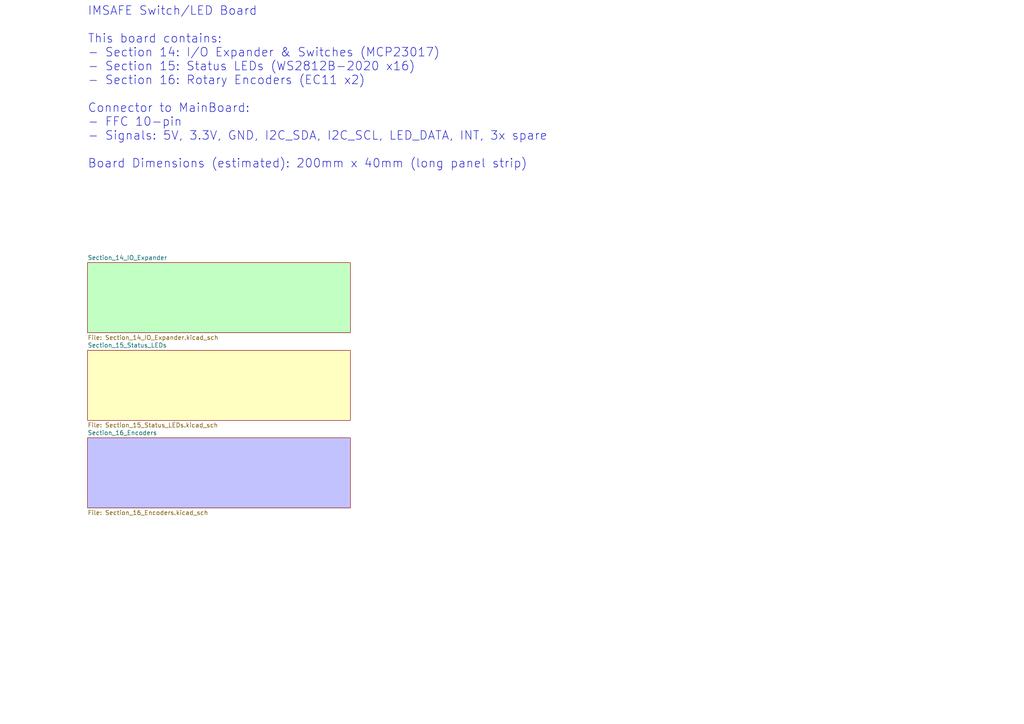
<source format=kicad_sch>
(kicad_sch
	(version 20250114)
	(generator "eeschema")
	(generator_version "9.0")
	(uuid "d2b957c0-0588-47be-81cb-9502284d07f0")
	(paper "A4")
	(title_block
		(title "IMSAFE SwitchLED Board")
		(date "2026-01-28")
		(rev "0.1")
		(company "IMSAFE Project")
		(comment 1 "Toggle Switches + Status LEDs + Encoders")
		(comment 2 "Connected to MainBoard via FFC")
	)
	(lib_symbols)
	(text "IMSAFE Switch/LED Board\n\nThis board contains:\n- Section 14: I/O Expander & Switches (MCP23017)\n- Section 15: Status LEDs (WS2812B-2020 x16)\n- Section 16: Rotary Encoders (EC11 x2)\n\nConnector to MainBoard:\n- FFC 10-pin\n- Signals: 5V, 3.3V, GND, I2C_SDA, I2C_SCL, LED_DATA, INT, 3x spare\n\nBoard Dimensions (estimated): 200mm x 40mm (long panel strip)"
		(exclude_from_sim no)
		(at 25.4 25.4 0)
		(effects
			(font
				(size 2.5 2.5)
			)
			(justify left)
		)
		(uuid "f37afb64-19c7-486e-af12-093795ab90fc")
	)
	(sheet
		(at 25.4 76.2)
		(size 76.2 20.32)
		(exclude_from_sim no)
		(in_bom yes)
		(on_board yes)
		(dnp no)
		(fields_autoplaced yes)
		(stroke
			(width 0.1524)
			(type solid)
		)
		(fill
			(color 194 255 194 1.0000)
		)
		(uuid "300d9a55-eade-4df3-8840-4aafea71e7a2")
		(property "Sheetname" "Section_14_IO_Expander"
			(at 25.4 75.4884 0)
			(effects
				(font
					(size 1.27 1.27)
				)
				(justify left bottom)
			)
		)
		(property "Sheetfile" "Section_14_IO_Expander.kicad_sch"
			(at 25.4 97.1746 0)
			(effects
				(font
					(size 1.27 1.27)
				)
				(justify left top)
			)
		)
	)
	(sheet
		(at 25.4 101.6)
		(size 76.2 20.32)
		(exclude_from_sim no)
		(in_bom yes)
		(on_board yes)
		(dnp no)
		(fields_autoplaced yes)
		(stroke
			(width 0.1524)
			(type solid)
		)
		(fill
			(color 255 255 194 1.0000)
		)
		(uuid "5a624431-1216-47ab-863b-cd60c8ab385e")
		(property "Sheetname" "Section_15_Status_LEDs"
			(at 25.4 100.8884 0)
			(effects
				(font
					(size 1.27 1.27)
				)
				(justify left bottom)
			)
		)
		(property "Sheetfile" "Section_15_Status_LEDs.kicad_sch"
			(at 25.4 122.5746 0)
			(effects
				(font
					(size 1.27 1.27)
				)
				(justify left top)
			)
		)
	)
	(sheet
		(at 25.4 127)
		(size 76.2 20.32)
		(exclude_from_sim no)
		(in_bom yes)
		(on_board yes)
		(dnp no)
		(fields_autoplaced yes)
		(stroke
			(width 0.1524)
			(type solid)
		)
		(fill
			(color 194 194 255 1.0000)
		)
		(uuid "647699b4-cb63-4dd0-92c2-6cd3af62882f")
		(property "Sheetname" "Section_16_Encoders"
			(at 25.4 126.2884 0)
			(effects
				(font
					(size 1.27 1.27)
				)
				(justify left bottom)
			)
		)
		(property "Sheetfile" "Section_16_Encoders.kicad_sch"
			(at 25.4 147.9746 0)
			(effects
				(font
					(size 1.27 1.27)
				)
				(justify left top)
			)
		)
	)
	(sheet_instances
		(path "/"
			(page "1")
		)
	)
	(embedded_fonts no)
)

</source>
